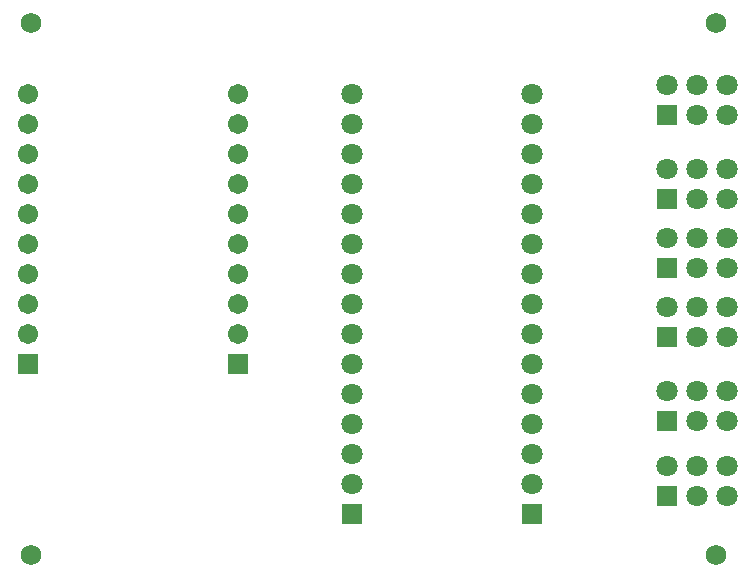
<source format=gbr>
G04 Layer_Color=8388736*
%FSLAX44Y44*%
%MOMM*%
%TF.FileFunction,Soldermask,Top*%
%TF.Part,Single*%
G01*
G75*
%TA.AperFunction,ComponentPad*%
%ADD20C,1.7272*%
%ADD21R,1.8032X1.8032*%
%ADD22C,1.8032*%
%ADD23R,1.8032X1.8032*%
%ADD24R,1.7032X1.7032*%
%ADD25C,1.7032*%
D20*
X1230000Y600000D02*
D03*
Y1050000D02*
D03*
X650000D02*
D03*
Y600000D02*
D03*
D21*
X1074420Y635000D02*
D03*
X922020D02*
D03*
D22*
X1074420Y660400D02*
D03*
Y685800D02*
D03*
Y711200D02*
D03*
Y736600D02*
D03*
Y762000D02*
D03*
Y787400D02*
D03*
Y812800D02*
D03*
Y838200D02*
D03*
Y863600D02*
D03*
Y889000D02*
D03*
Y914400D02*
D03*
Y939800D02*
D03*
Y965200D02*
D03*
Y990600D02*
D03*
X1239520Y675640D02*
D03*
Y650240D02*
D03*
X1214120Y675640D02*
D03*
Y650240D02*
D03*
X1188720Y675640D02*
D03*
X922020Y660400D02*
D03*
Y685800D02*
D03*
Y711200D02*
D03*
Y736600D02*
D03*
Y762000D02*
D03*
Y787400D02*
D03*
Y812800D02*
D03*
Y838200D02*
D03*
Y863600D02*
D03*
Y889000D02*
D03*
Y914400D02*
D03*
Y939800D02*
D03*
Y965200D02*
D03*
Y990600D02*
D03*
X1239520Y739140D02*
D03*
Y713740D02*
D03*
X1214120Y739140D02*
D03*
Y713740D02*
D03*
X1188720Y739140D02*
D03*
X1239520Y998220D02*
D03*
Y972820D02*
D03*
X1214120Y998220D02*
D03*
Y972820D02*
D03*
X1188720Y998220D02*
D03*
X1239520Y927100D02*
D03*
Y901700D02*
D03*
X1214120Y927100D02*
D03*
Y901700D02*
D03*
X1188720Y927100D02*
D03*
X1239520Y868680D02*
D03*
Y843280D02*
D03*
X1214120Y868680D02*
D03*
Y843280D02*
D03*
X1188720Y868680D02*
D03*
X1239520Y810260D02*
D03*
Y784860D02*
D03*
X1214120Y810260D02*
D03*
Y784860D02*
D03*
X1188720Y810260D02*
D03*
D23*
Y650240D02*
D03*
Y713740D02*
D03*
Y972820D02*
D03*
Y901700D02*
D03*
Y843280D02*
D03*
Y784860D02*
D03*
D24*
X825500Y762000D02*
D03*
X647700D02*
D03*
D25*
X825500Y787400D02*
D03*
Y838200D02*
D03*
Y863600D02*
D03*
Y889000D02*
D03*
Y914400D02*
D03*
Y939800D02*
D03*
Y965200D02*
D03*
Y990600D02*
D03*
Y812800D02*
D03*
X647700Y787400D02*
D03*
Y838200D02*
D03*
Y863600D02*
D03*
Y889000D02*
D03*
Y914400D02*
D03*
Y939800D02*
D03*
Y965200D02*
D03*
Y990600D02*
D03*
Y812800D02*
D03*
%TF.MD5,011702b986ac130f669904d9d1765d6c*%
M02*

</source>
